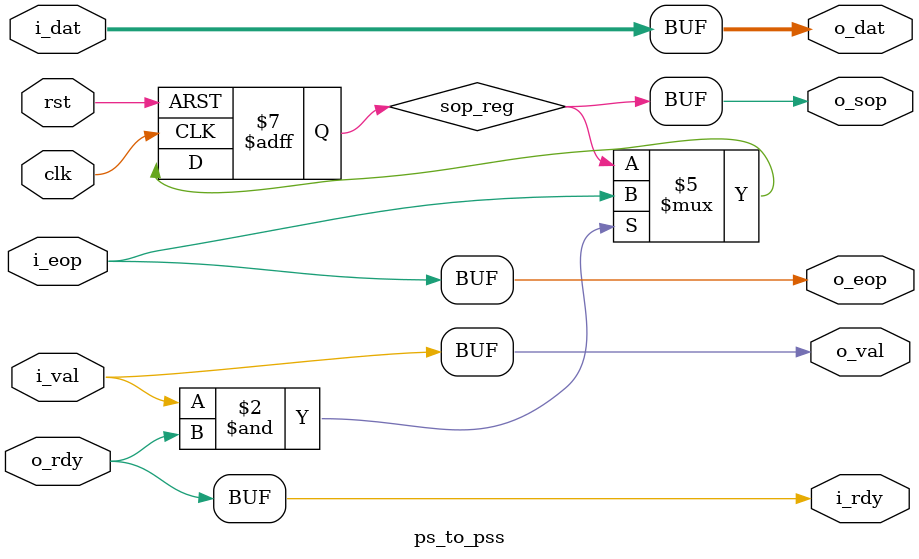
<source format=sv>
/*
    // PacketStream w/o SOP to PacketStream w/ SOP converter
    ps_to_pss
    #(
        .WIDTH      ()  // Stream width
    )
    the_ps_to_pss
    (
        // Reset and clock
        .rst        (), // i
        .clk        (), // i

        // Inbound stream
        .i_dat      (), // i  [WIDTH - 1 : 0]
        .i_val      (), // i
        .i_eop      (), // i
        .i_rdy      (), // o

        // Outbound stream
        .o_dat      (), // o  [WIDTH - 1 : 0]
        .o_val      (), // o
        .o_sop      (), // o
        .o_eop      (), // o
        .o_rdy      ()  // i
    ); // the_ps_to_pss
*/


module ps_to_pss
#(
    parameter int unsigned          WIDTH = 8   // Stream width
)
(
    // Reset and clock
    input  logic                    rst,
    input  logic                    clk,

    // Inbound stream
    input  logic [WIDTH - 1 : 0]    i_dat,
    input  logic                    i_val,
    input  logic                    i_eop,
    output logic                    i_rdy,

    // Outbound stream
    output logic [WIDTH - 1 : 0]    o_dat,
    output logic                    o_val,
    output logic                    o_sop,
    output logic                    o_eop,
    input  logic                    o_rdy
);
    // Signals declaration
    logic   sop_reg;


    // SOP register
    initial sop_reg = 1'b1;
    always @(posedge rst, posedge clk) begin
        if (rst)
            sop_reg <= 1'b1;
        else if (i_val & i_rdy)
            sop_reg <= i_eop;
        else
            sop_reg <= sop_reg;
    end
    assign o_sop = sop_reg;


    // Direct connection logic
    assign o_dat = i_dat;
    assign o_val = i_val;
    assign o_eop = i_eop;
    assign i_rdy = o_rdy;


endmodule // ps_to_pss
</source>
